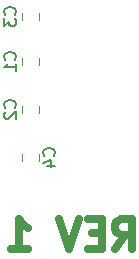
<source format=gbr>
G04 #@! TF.GenerationSoftware,KiCad,Pcbnew,(5.0.2)-1*
G04 #@! TF.CreationDate,2019-09-14T16:49:05-04:00*
G04 #@! TF.ProjectId,RS232_TTL_Male,52533233-325f-4545-944c-5f4d616c652e,rev?*
G04 #@! TF.SameCoordinates,Original*
G04 #@! TF.FileFunction,Legend,Bot*
G04 #@! TF.FilePolarity,Positive*
%FSLAX46Y46*%
G04 Gerber Fmt 4.6, Leading zero omitted, Abs format (unit mm)*
G04 Created by KiCad (PCBNEW (5.0.2)-1) date 9/14/2019 4:49:05 PM*
%MOMM*%
%LPD*%
G01*
G04 APERTURE LIST*
%ADD10C,0.635000*%
%ADD11C,0.120000*%
%ADD12C,0.150000*%
G04 APERTURE END LIST*
D10*
X23567571Y-29724047D02*
X24414238Y-28514523D01*
X25019000Y-29724047D02*
X25019000Y-27184047D01*
X24051380Y-27184047D01*
X23809476Y-27305000D01*
X23688523Y-27425952D01*
X23567571Y-27667857D01*
X23567571Y-28030714D01*
X23688523Y-28272619D01*
X23809476Y-28393571D01*
X24051380Y-28514523D01*
X25019000Y-28514523D01*
X22479000Y-28393571D02*
X21632333Y-28393571D01*
X21269476Y-29724047D02*
X22479000Y-29724047D01*
X22479000Y-27184047D01*
X21269476Y-27184047D01*
X20543761Y-27184047D02*
X19697095Y-29724047D01*
X18850428Y-27184047D01*
X14738047Y-29724047D02*
X16189476Y-29724047D01*
X15463761Y-29724047D02*
X15463761Y-27184047D01*
X15705666Y-27546904D01*
X15947571Y-27788809D01*
X16189476Y-27909761D01*
D11*
G04 #@! TO.C,C1*
X15673000Y-13581748D02*
X15673000Y-14104252D01*
X17093000Y-13581748D02*
X17093000Y-14104252D01*
G04 #@! TO.C,C2*
X17093000Y-17645748D02*
X17093000Y-18168252D01*
X15673000Y-17645748D02*
X15673000Y-18168252D01*
G04 #@! TO.C,C3*
X15673000Y-9771748D02*
X15673000Y-10294252D01*
X17093000Y-9771748D02*
X17093000Y-10294252D01*
G04 #@! TO.C,C4*
X15673000Y-22232252D02*
X15673000Y-21709748D01*
X17093000Y-22232252D02*
X17093000Y-21709748D01*
G04 #@! TO.C,C1*
D12*
X15090142Y-13676333D02*
X15137761Y-13628714D01*
X15185380Y-13485857D01*
X15185380Y-13390619D01*
X15137761Y-13247761D01*
X15042523Y-13152523D01*
X14947285Y-13104904D01*
X14756809Y-13057285D01*
X14613952Y-13057285D01*
X14423476Y-13104904D01*
X14328238Y-13152523D01*
X14233000Y-13247761D01*
X14185380Y-13390619D01*
X14185380Y-13485857D01*
X14233000Y-13628714D01*
X14280619Y-13676333D01*
X15185380Y-14628714D02*
X15185380Y-14057285D01*
X15185380Y-14343000D02*
X14185380Y-14343000D01*
X14328238Y-14247761D01*
X14423476Y-14152523D01*
X14471095Y-14057285D01*
G04 #@! TO.C,C2*
X15090142Y-17740333D02*
X15137761Y-17692714D01*
X15185380Y-17549857D01*
X15185380Y-17454619D01*
X15137761Y-17311761D01*
X15042523Y-17216523D01*
X14947285Y-17168904D01*
X14756809Y-17121285D01*
X14613952Y-17121285D01*
X14423476Y-17168904D01*
X14328238Y-17216523D01*
X14233000Y-17311761D01*
X14185380Y-17454619D01*
X14185380Y-17549857D01*
X14233000Y-17692714D01*
X14280619Y-17740333D01*
X14280619Y-18121285D02*
X14233000Y-18168904D01*
X14185380Y-18264142D01*
X14185380Y-18502238D01*
X14233000Y-18597476D01*
X14280619Y-18645095D01*
X14375857Y-18692714D01*
X14471095Y-18692714D01*
X14613952Y-18645095D01*
X15185380Y-18073666D01*
X15185380Y-18692714D01*
G04 #@! TO.C,C3*
X15090142Y-9866333D02*
X15137761Y-9818714D01*
X15185380Y-9675857D01*
X15185380Y-9580619D01*
X15137761Y-9437761D01*
X15042523Y-9342523D01*
X14947285Y-9294904D01*
X14756809Y-9247285D01*
X14613952Y-9247285D01*
X14423476Y-9294904D01*
X14328238Y-9342523D01*
X14233000Y-9437761D01*
X14185380Y-9580619D01*
X14185380Y-9675857D01*
X14233000Y-9818714D01*
X14280619Y-9866333D01*
X14185380Y-10199666D02*
X14185380Y-10818714D01*
X14566333Y-10485380D01*
X14566333Y-10628238D01*
X14613952Y-10723476D01*
X14661571Y-10771095D01*
X14756809Y-10818714D01*
X14994904Y-10818714D01*
X15090142Y-10771095D01*
X15137761Y-10723476D01*
X15185380Y-10628238D01*
X15185380Y-10342523D01*
X15137761Y-10247285D01*
X15090142Y-10199666D01*
G04 #@! TO.C,C4*
X18390142Y-21804333D02*
X18437761Y-21756714D01*
X18485380Y-21613857D01*
X18485380Y-21518619D01*
X18437761Y-21375761D01*
X18342523Y-21280523D01*
X18247285Y-21232904D01*
X18056809Y-21185285D01*
X17913952Y-21185285D01*
X17723476Y-21232904D01*
X17628238Y-21280523D01*
X17533000Y-21375761D01*
X17485380Y-21518619D01*
X17485380Y-21613857D01*
X17533000Y-21756714D01*
X17580619Y-21804333D01*
X17818714Y-22661476D02*
X18485380Y-22661476D01*
X17437761Y-22423380D02*
X18152047Y-22185285D01*
X18152047Y-22804333D01*
G04 #@! TD*
M02*

</source>
